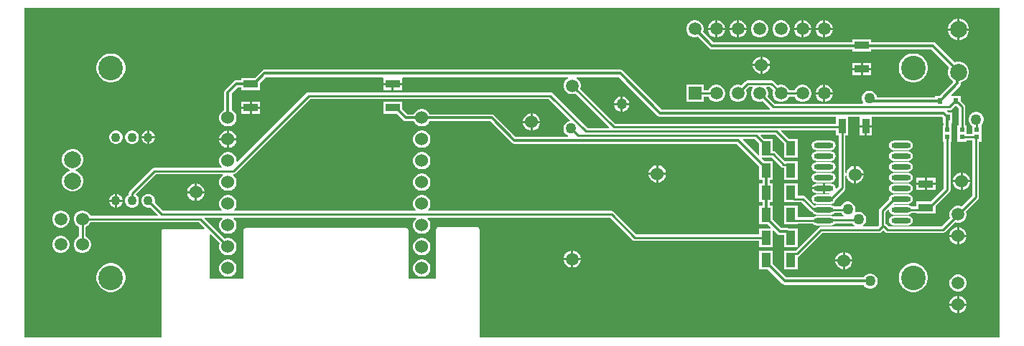
<source format=gtl>
G04*
G04 #@! TF.GenerationSoftware,Altium Limited,Altium Designer,21.5.1 (32)*
G04*
G04 Layer_Physical_Order=1*
G04 Layer_Color=255*
%FSLAX25Y25*%
%MOIN*%
G70*
G04*
G04 #@! TF.SameCoordinates,6B47F07E-1737-4CAB-AE6A-8125E67B32FB*
G04*
G04*
G04 #@! TF.FilePolarity,Positive*
G04*
G01*
G75*
%ADD10C,0.01181*%
%ADD11C,0.01000*%
%ADD19R,0.06693X0.03740*%
%ADD20R,0.04331X0.06693*%
%ADD21R,0.03740X0.06693*%
%ADD22R,0.02165X0.02362*%
%ADD23O,0.09055X0.02362*%
%ADD29R,0.02362X0.02756*%
%ADD35C,0.07874*%
%ADD38C,0.01378*%
%ADD39C,0.05906*%
%ADD40C,0.06000*%
%ADD41C,0.04331*%
%ADD42R,0.05906X0.05906*%
%ADD43C,0.11417*%
%ADD44C,0.05000*%
G36*
X293959Y103310D02*
X294518Y102937D01*
X295177Y102805D01*
X376171D01*
X376658Y102772D01*
X376658Y102305D01*
Y99561D01*
X274256D01*
X258015Y115801D01*
X258283Y116802D01*
Y117843D01*
X258014Y118849D01*
X257494Y119750D01*
X256758Y120486D01*
X256231Y120790D01*
X256365Y121290D01*
X275980D01*
X293959Y103310D01*
D02*
G37*
G36*
X452756Y0D02*
X211256D01*
Y50394D01*
X211178Y50784D01*
X210957Y51115D01*
X210626Y51336D01*
X210236Y51413D01*
X192126D01*
X191736Y51336D01*
X191405Y51115D01*
X191184Y50784D01*
X191106Y50394D01*
Y27398D01*
X178185D01*
Y50000D01*
X178107Y50390D01*
X177886Y50721D01*
X177556Y50942D01*
X177165Y51020D01*
X102756D01*
X102366Y50942D01*
X102035Y50721D01*
X101814Y50390D01*
X101736Y50000D01*
Y27398D01*
X86059D01*
Y47975D01*
X86521Y48167D01*
X90768Y43919D01*
X90761Y43906D01*
X90488Y42889D01*
Y41836D01*
X90761Y40818D01*
X91287Y39906D01*
X92032Y39161D01*
X92944Y38635D01*
X93962Y38362D01*
X95015D01*
X96032Y38635D01*
X96944Y39161D01*
X97689Y39906D01*
X98216Y40818D01*
X98488Y41836D01*
Y42889D01*
X98216Y43906D01*
X97689Y44818D01*
X96944Y45563D01*
X96032Y46090D01*
X95015Y46362D01*
X93962D01*
X92944Y46090D01*
X92931Y46082D01*
X83524Y55489D01*
X83716Y55951D01*
X91761D01*
X91920Y55451D01*
X91287Y54818D01*
X90761Y53906D01*
X90488Y52889D01*
Y51836D01*
X90761Y50818D01*
X91287Y49906D01*
X92032Y49161D01*
X92944Y48635D01*
X93962Y48362D01*
X95015D01*
X96032Y48635D01*
X96944Y49161D01*
X97689Y49906D01*
X98216Y50818D01*
X98488Y51836D01*
Y52889D01*
X98216Y53906D01*
X97689Y54818D01*
X97056Y55451D01*
X97215Y55951D01*
X181762D01*
X181920Y55451D01*
X181287Y54818D01*
X180761Y53906D01*
X180488Y52889D01*
Y51836D01*
X180761Y50818D01*
X181287Y49906D01*
X182032Y49161D01*
X182944Y48635D01*
X183962Y48362D01*
X185015D01*
X186032Y48635D01*
X186944Y49161D01*
X187689Y49906D01*
X188216Y50818D01*
X188488Y51836D01*
Y52889D01*
X188216Y53906D01*
X187689Y54818D01*
X187056Y55451D01*
X187215Y55951D01*
X271890D01*
X282309Y45533D01*
X282805Y45201D01*
X283390Y45085D01*
X341126D01*
Y42268D01*
X347457D01*
Y49715D01*
X347919Y49906D01*
X349511Y48314D01*
X350037Y47962D01*
X350658Y47839D01*
X352543D01*
Y42268D01*
X358874D01*
Y50961D01*
X354655D01*
X354043Y51082D01*
X351329D01*
X347457Y54955D01*
Y61354D01*
X345913D01*
Y63055D01*
X347457D01*
Y71748D01*
X345913D01*
Y73449D01*
X347457D01*
Y82142D01*
X343419D01*
X342181Y83381D01*
X342372Y83842D01*
X345809D01*
X345957Y83813D01*
X346898D01*
X351181Y79530D01*
X351677Y79199D01*
X352262Y79082D01*
X352543D01*
Y73449D01*
X358874D01*
Y82142D01*
X352895D01*
X348613Y86424D01*
X348117Y86756D01*
X347532Y86872D01*
X347457D01*
Y92535D01*
X343289D01*
X341784Y94040D01*
X341975Y94502D01*
X348414D01*
X352543Y90373D01*
Y83842D01*
X358874D01*
Y92535D01*
X354706D01*
X351202Y96040D01*
X351393Y96502D01*
X376658D01*
Y94079D01*
X377998D01*
Y70299D01*
X377069Y69370D01*
X376618Y69626D01*
X376464Y70398D01*
X375982Y71120D01*
X375261Y71602D01*
X374410Y71771D01*
X371563D01*
Y69547D01*
Y67324D01*
X373814D01*
X374115Y66824D01*
X374088Y66771D01*
X367717D01*
X366866Y66602D01*
X366144Y66120D01*
X365662Y65399D01*
X365493Y64547D01*
X365662Y63696D01*
X366144Y62975D01*
X366866Y62493D01*
X367717Y62324D01*
X374410D01*
X375261Y62493D01*
X375982Y62975D01*
X376464Y63696D01*
X376633Y64547D01*
X376623Y64598D01*
X380609Y68584D01*
X380941Y69080D01*
X381057Y69665D01*
Y75297D01*
X381557Y75363D01*
X381804Y74440D01*
X382331Y73528D01*
X383075Y72783D01*
X383988Y72257D01*
X385005Y71984D01*
X385032D01*
Y75984D01*
Y79984D01*
X385005D01*
X383988Y79712D01*
X383075Y79185D01*
X382331Y78440D01*
X381804Y77528D01*
X381557Y76606D01*
X381057Y76672D01*
Y94079D01*
X382398D01*
Y102305D01*
X382398Y102772D01*
X382884Y102805D01*
X387195D01*
X387681Y102772D01*
X387681Y102305D01*
Y98925D01*
X390551D01*
X393421D01*
Y102305D01*
X393421Y102772D01*
X393907Y102805D01*
X425947D01*
X426461Y102292D01*
Y99984D01*
X426772D01*
Y98933D01*
X426264D01*
Y94571D01*
Y91224D01*
X426817D01*
Y69531D01*
X420687Y63402D01*
X414157D01*
Y61077D01*
X411838D01*
X411809Y61120D01*
X411087Y61602D01*
X410236Y61771D01*
X404139D01*
X403838Y62271D01*
X403865Y62324D01*
X410236D01*
X411087Y62493D01*
X411809Y62975D01*
X412291Y63696D01*
X412460Y64547D01*
X412291Y65399D01*
X411809Y66120D01*
X411087Y66602D01*
X410236Y66771D01*
X403543D01*
X402692Y66602D01*
X401971Y66120D01*
X401489Y65399D01*
X401320Y64547D01*
X401330Y64497D01*
X397126Y60293D01*
X396795Y59797D01*
X396678Y59212D01*
Y52385D01*
X396020Y51726D01*
X389369D01*
X389235Y52226D01*
X389423Y52335D01*
X390075Y52986D01*
X390535Y53785D01*
X390774Y54675D01*
Y55596D01*
X390535Y56486D01*
X390075Y57284D01*
X389423Y57936D01*
X388625Y58397D01*
X387735Y58635D01*
X386813D01*
X386046Y58430D01*
X385743Y58647D01*
X385629Y58805D01*
X385784Y59382D01*
Y60303D01*
X385545Y61194D01*
X385084Y61992D01*
X384433Y62643D01*
X383634Y63104D01*
X382744Y63342D01*
X381823D01*
X380932Y63104D01*
X380134Y62643D01*
X379483Y61992D01*
X379022Y61194D01*
X378991Y61077D01*
X376011D01*
X375982Y61120D01*
X375261Y61602D01*
X374410Y61771D01*
X367717D01*
X366866Y61602D01*
X366673Y61474D01*
X362481Y65666D01*
X361984Y65998D01*
X361399Y66114D01*
X358874D01*
Y71748D01*
X352543D01*
Y63055D01*
X358874D01*
Y63056D01*
X360766D01*
X365100Y58722D01*
X365596Y58390D01*
X365908Y58328D01*
X366144Y57975D01*
X366866Y57493D01*
X367717Y57324D01*
X374410D01*
X375261Y57493D01*
X375982Y57975D01*
X376011Y58018D01*
X379295D01*
X379483Y57693D01*
X380134Y57042D01*
X380488Y56837D01*
X380354Y56337D01*
X375657D01*
X375261Y56602D01*
X374410Y56771D01*
X367717D01*
X366866Y56602D01*
X366144Y56120D01*
X366115Y56077D01*
X358874D01*
Y61354D01*
X352543D01*
Y52661D01*
X358874D01*
Y53018D01*
X366115D01*
X366144Y52975D01*
X366866Y52493D01*
X367717Y52324D01*
X374410D01*
X375261Y52493D01*
X375982Y52975D01*
X376185Y53279D01*
X384304D01*
X384473Y52986D01*
X385125Y52335D01*
X385313Y52226D01*
X385179Y51726D01*
X369685D01*
X369100Y51610D01*
X368604Y51278D01*
X357892Y40567D01*
X352543D01*
Y31874D01*
X358874D01*
Y37577D01*
X359110Y37624D01*
X359607Y37956D01*
X370319Y48667D01*
X396654D01*
X397239Y48784D01*
X397735Y49115D01*
X398622Y50002D01*
X399509Y49115D01*
X400005Y48784D01*
X400591Y48667D01*
X426181D01*
X426766Y48784D01*
X427263Y49115D01*
X431891Y53744D01*
X432846Y53488D01*
X433886D01*
X434892Y53758D01*
X435793Y54278D01*
X436529Y55014D01*
X437049Y55915D01*
X437319Y56920D01*
Y57961D01*
X437063Y58916D01*
X442617Y64470D01*
X442948Y64966D01*
X443065Y65551D01*
Y91225D01*
X444209D01*
Y94571D01*
Y98933D01*
X444209Y98933D01*
X444209D01*
X444496Y99299D01*
X444624Y99426D01*
X445084Y100224D01*
X445323Y101114D01*
Y102036D01*
X445084Y102926D01*
X444624Y103724D01*
X443972Y104376D01*
X443174Y104836D01*
X442284Y105075D01*
X441362D01*
X440472Y104836D01*
X439674Y104376D01*
X439022Y103724D01*
X438561Y102926D01*
X438323Y102036D01*
Y101114D01*
X438561Y100224D01*
X439022Y99426D01*
X439674Y98774D01*
X440043Y98561D01*
Y94935D01*
X437319D01*
Y98933D01*
X436766D01*
Y107382D01*
X436650Y107967D01*
X436318Y108463D01*
X434563Y110218D01*
Y112614D01*
X430422D01*
X430215Y113114D01*
X434308Y117208D01*
X434682Y117766D01*
X434813Y118425D01*
Y118846D01*
X435469Y119021D01*
X436594Y119671D01*
X437514Y120591D01*
X438164Y121716D01*
X438500Y122972D01*
Y124272D01*
X438164Y125528D01*
X437514Y126653D01*
X436594Y127573D01*
X435469Y128223D01*
X434213Y128559D01*
X432913D01*
X431670Y128226D01*
X422852Y137045D01*
X422293Y137418D01*
X421634Y137549D01*
X393126D01*
Y138894D01*
X384433D01*
Y137529D01*
X319887D01*
X314982Y142434D01*
X315193Y143220D01*
Y144261D01*
X314924Y145266D01*
X314403Y146167D01*
X313667Y146903D01*
X312766Y147424D01*
X311761Y147693D01*
X310720D01*
X309714Y147424D01*
X308813Y146903D01*
X308077Y146167D01*
X307557Y145266D01*
X307287Y144261D01*
Y143220D01*
X307557Y142215D01*
X308077Y141313D01*
X308813Y140577D01*
X309714Y140057D01*
X310720Y139787D01*
X311761D01*
X312547Y139998D01*
X317956Y134589D01*
X318514Y134216D01*
X319173Y134085D01*
X384433D01*
Y133153D01*
X393126D01*
Y134105D01*
X420921D01*
X429158Y125867D01*
X428962Y125528D01*
X428626Y124272D01*
Y122972D01*
X428962Y121716D01*
X429612Y120591D01*
X430532Y119671D01*
X430952Y119429D01*
X431034Y118804D01*
X424844Y112614D01*
X422720D01*
Y111958D01*
X395798D01*
X395571Y112808D01*
X395110Y113606D01*
X394458Y114258D01*
X393660Y114718D01*
X392770Y114957D01*
X391849D01*
X390958Y114718D01*
X390160Y114258D01*
X389509Y113606D01*
X389048Y112808D01*
X388809Y111918D01*
Y110996D01*
X389048Y110106D01*
X389406Y109486D01*
X389169Y108986D01*
X348157D01*
X344925Y112219D01*
X345193Y113220D01*
Y114261D01*
X344923Y115266D01*
X344403Y116167D01*
X344369Y116202D01*
X344560Y116664D01*
X346154D01*
X347556Y115262D01*
X347287Y114261D01*
Y113220D01*
X347557Y112215D01*
X348077Y111313D01*
X348813Y110577D01*
X349714Y110057D01*
X350720Y109787D01*
X351761D01*
X352766Y110057D01*
X353667Y110577D01*
X354403Y111313D01*
X354921Y112211D01*
X357559D01*
X358077Y111313D01*
X358813Y110577D01*
X359714Y110057D01*
X360720Y109787D01*
X361761D01*
X362766Y110057D01*
X363667Y110577D01*
X364403Y111313D01*
X364924Y112215D01*
X365193Y113220D01*
Y114261D01*
X364924Y115266D01*
X364403Y116167D01*
X363667Y116903D01*
X362766Y117424D01*
X361761Y117693D01*
X360720D01*
X359714Y117424D01*
X358813Y116903D01*
X358077Y116167D01*
X357559Y115270D01*
X354921D01*
X354403Y116167D01*
X353667Y116903D01*
X352766Y117424D01*
X351761Y117693D01*
X350720D01*
X349719Y117425D01*
X347869Y119274D01*
X347373Y119606D01*
X346787Y119722D01*
X335693D01*
X335108Y119606D01*
X334612Y119274D01*
X332762Y117425D01*
X331761Y117693D01*
X330720D01*
X329714Y117424D01*
X328813Y116903D01*
X328077Y116167D01*
X327557Y115266D01*
X327287Y114261D01*
Y113220D01*
X327557Y112215D01*
X328077Y111313D01*
X328813Y110577D01*
X329714Y110057D01*
X330720Y109787D01*
X331761D01*
X332766Y110057D01*
X333667Y110577D01*
X334403Y111313D01*
X334924Y112215D01*
X335193Y113220D01*
Y114261D01*
X334925Y115262D01*
X336326Y116664D01*
X337920D01*
X338111Y116202D01*
X338077Y116167D01*
X337557Y115266D01*
X337287Y114261D01*
Y113220D01*
X337557Y112215D01*
X338077Y111313D01*
X338813Y110577D01*
X339714Y110057D01*
X340720Y109787D01*
X341761D01*
X342762Y110056D01*
X346068Y106750D01*
X345861Y106250D01*
X295890D01*
X277911Y124230D01*
X277352Y124603D01*
X276693Y124734D01*
X111496D01*
X110837Y124603D01*
X110278Y124230D01*
X107029Y120980D01*
X100772D01*
Y119832D01*
X98425D01*
X97766Y119701D01*
X97207Y119328D01*
X93270Y115391D01*
X92897Y114832D01*
X92766Y114173D01*
Y105987D01*
X92032Y105563D01*
X91287Y104818D01*
X90761Y103906D01*
X90488Y102889D01*
Y101836D01*
X90761Y100818D01*
X91287Y99906D01*
X92032Y99161D01*
X92944Y98635D01*
X93962Y98362D01*
X95015D01*
X96032Y98635D01*
X96944Y99161D01*
X97689Y99906D01*
X98216Y100818D01*
X98488Y101836D01*
Y102889D01*
X98216Y103906D01*
X97689Y104818D01*
X96944Y105563D01*
X96210Y105987D01*
Y113460D01*
X99138Y116388D01*
X100772D01*
Y115240D01*
X109465D01*
Y118545D01*
X112209Y121290D01*
X166148D01*
X166520Y120980D01*
X166520Y120790D01*
Y118610D01*
X170866D01*
X175213D01*
Y120790D01*
X175213Y120980D01*
X175584Y121290D01*
X252296D01*
X252430Y120790D01*
X251904Y120486D01*
X251168Y119750D01*
X250647Y118849D01*
X250378Y117843D01*
Y116802D01*
X250647Y115797D01*
X251168Y114896D01*
X251904Y114160D01*
X252805Y113639D01*
X253810Y113370D01*
X254851D01*
X255852Y113638D01*
X271468Y98023D01*
X271276Y97561D01*
X261342D01*
X245222Y113680D01*
X244726Y114011D01*
X244141Y114128D01*
X131890D01*
X131305Y114011D01*
X130808Y113680D01*
X98988Y81860D01*
X98488Y82067D01*
Y82889D01*
X98216Y83906D01*
X97689Y84818D01*
X96944Y85563D01*
X96032Y86090D01*
X95015Y86362D01*
X93962D01*
X92944Y86090D01*
X92032Y85563D01*
X91287Y84818D01*
X90761Y83906D01*
X90488Y82889D01*
Y81836D01*
X90761Y80818D01*
X91287Y79906D01*
X91605Y79589D01*
X91398Y79088D01*
X60236D01*
X59651Y78972D01*
X59155Y78641D01*
X48919Y68404D01*
X48587Y67908D01*
X48471Y67323D01*
Y66552D01*
X48056Y66312D01*
X47467Y65723D01*
X47050Y65001D01*
X46835Y64196D01*
Y63363D01*
X47050Y62558D01*
X47467Y61836D01*
X48056Y61247D01*
X48778Y60830D01*
X49583Y60614D01*
X50417D01*
X51222Y60830D01*
X51944Y61247D01*
X52533Y61836D01*
X52950Y62558D01*
X53165Y63363D01*
Y64196D01*
X52950Y65001D01*
X52533Y65723D01*
X51944Y66312D01*
X51890Y66343D01*
X51808Y66968D01*
X60870Y76030D01*
X91907D01*
X91976Y75773D01*
X91999Y75530D01*
X91287Y74818D01*
X90761Y73906D01*
X90488Y72889D01*
Y71836D01*
X90761Y70818D01*
X91287Y69906D01*
X92032Y69161D01*
X92944Y68635D01*
X93962Y68362D01*
X95015D01*
X96032Y68635D01*
X96944Y69161D01*
X97689Y69906D01*
X98216Y70818D01*
X98488Y71836D01*
Y72889D01*
X98216Y73906D01*
X97689Y74818D01*
X96965Y75543D01*
X96965Y75654D01*
X97063Y76072D01*
X97436Y76146D01*
X97932Y76478D01*
X132523Y111069D01*
X243508D01*
X253267Y101310D01*
X253080Y100789D01*
X252389Y100604D01*
X251591Y100143D01*
X250939Y99492D01*
X250479Y98694D01*
X250240Y97803D01*
Y96882D01*
X250479Y95992D01*
X250939Y95193D01*
X251591Y94542D01*
X252389Y94081D01*
X252458Y94063D01*
X252392Y93563D01*
X228120D01*
X218174Y103509D01*
X217648Y103860D01*
X217028Y103984D01*
X188171D01*
X187689Y104818D01*
X186944Y105563D01*
X186032Y106090D01*
X185015Y106362D01*
X183962D01*
X182944Y106090D01*
X182032Y105563D01*
X181287Y104818D01*
X180806Y103984D01*
X177739D01*
X175213Y106510D01*
Y109957D01*
X166520D01*
Y104217D01*
X172919D01*
X175920Y101216D01*
X176446Y100864D01*
X177067Y100741D01*
X180806D01*
X181287Y99906D01*
X182032Y99161D01*
X182944Y98635D01*
X183962Y98362D01*
X185015D01*
X186032Y98635D01*
X186944Y99161D01*
X187689Y99906D01*
X188171Y100741D01*
X216356D01*
X226302Y90794D01*
X226828Y90443D01*
X227449Y90319D01*
X330655D01*
X341126Y79848D01*
Y73449D01*
X342670D01*
Y71748D01*
X341126D01*
Y63055D01*
X342670D01*
Y61354D01*
X341126D01*
Y52661D01*
X345163D01*
X346402Y51423D01*
X346211Y50961D01*
X341126D01*
Y48144D01*
X284024D01*
X273605Y58562D01*
X273109Y58893D01*
X272524Y59010D01*
X187500D01*
X187293Y59510D01*
X187689Y59906D01*
X188216Y60818D01*
X188488Y61836D01*
Y62889D01*
X188216Y63906D01*
X187689Y64818D01*
X186944Y65563D01*
X186032Y66090D01*
X185015Y66362D01*
X183962D01*
X182944Y66090D01*
X182032Y65563D01*
X181287Y64818D01*
X180761Y63906D01*
X180488Y62889D01*
Y61836D01*
X180761Y60818D01*
X181287Y59906D01*
X181684Y59510D01*
X181477Y59010D01*
X97500D01*
X97293Y59510D01*
X97689Y59906D01*
X98216Y60818D01*
X98488Y61836D01*
Y62889D01*
X98216Y63906D01*
X97689Y64818D01*
X96944Y65563D01*
X96032Y66090D01*
X95015Y66362D01*
X93962D01*
X92944Y66090D01*
X92032Y65563D01*
X91287Y64818D01*
X90761Y63906D01*
X90488Y62889D01*
Y61836D01*
X90761Y60818D01*
X91287Y59906D01*
X91684Y59510D01*
X91477Y59010D01*
X64433D01*
X60542Y62901D01*
X60665Y63363D01*
Y64196D01*
X60450Y65001D01*
X60033Y65723D01*
X59444Y66312D01*
X58722Y66729D01*
X57917Y66945D01*
X57083D01*
X56278Y66729D01*
X55556Y66312D01*
X54967Y65723D01*
X54550Y65001D01*
X54335Y64196D01*
Y63363D01*
X54550Y62558D01*
X54967Y61836D01*
X55556Y61247D01*
X56278Y60830D01*
X57083Y60614D01*
X57917D01*
X58379Y60738D01*
X61880Y57236D01*
X61689Y56774D01*
X30645D01*
X30641Y56789D01*
X30114Y57701D01*
X29370Y58446D01*
X28457Y58972D01*
X27440Y59245D01*
X26387D01*
X25370Y58972D01*
X24457Y58446D01*
X23713Y57701D01*
X23186Y56789D01*
X22913Y55771D01*
Y54718D01*
X23186Y53701D01*
X23713Y52789D01*
X24457Y52044D01*
X25370Y51517D01*
X25384Y51513D01*
Y47165D01*
X25370Y47161D01*
X24457Y46635D01*
X23713Y45890D01*
X23186Y44978D01*
X22913Y43960D01*
Y42907D01*
X23186Y41890D01*
X23713Y40978D01*
X24457Y40233D01*
X25370Y39706D01*
X26387Y39434D01*
X27440D01*
X28457Y39706D01*
X29370Y40233D01*
X30114Y40978D01*
X30641Y41890D01*
X30913Y42907D01*
Y43960D01*
X30641Y44978D01*
X30114Y45890D01*
X29370Y46635D01*
X28457Y47161D01*
X28443Y47165D01*
Y51513D01*
X28457Y51517D01*
X29370Y52044D01*
X30114Y52789D01*
X30641Y53701D01*
X30645Y53715D01*
X80972D01*
X83600Y51088D01*
X83408Y50626D01*
X64567D01*
X64177Y50548D01*
X63846Y50327D01*
X63625Y49997D01*
X63547Y49606D01*
Y0D01*
X0D01*
Y153543D01*
X452756D01*
Y0D01*
D02*
G37*
G36*
X341126Y90373D02*
Y85088D01*
X340664Y84897D01*
X333521Y92040D01*
X333712Y92502D01*
X338996D01*
X341126Y90373D01*
D02*
G37*
G36*
X433707Y106748D02*
Y98933D01*
X433154D01*
Y94571D01*
Y91225D01*
X437319D01*
Y91876D01*
X440006D01*
Y66185D01*
X434926Y61105D01*
X434892Y61124D01*
X433886Y61394D01*
X432846D01*
X431840Y61124D01*
X430939Y60604D01*
X430203Y59868D01*
X429683Y58967D01*
X429413Y57961D01*
Y56920D01*
X429683Y55915D01*
X429703Y55881D01*
X425548Y51726D01*
X401224D01*
X400118Y52833D01*
X399737Y53087D01*
Y58578D01*
X400884Y59725D01*
X401335Y59469D01*
X401489Y58696D01*
X401971Y57975D01*
X402692Y57493D01*
X403543Y57324D01*
X410236D01*
X411087Y57493D01*
X411809Y57975D01*
X411838Y58018D01*
X414157D01*
Y57661D01*
X422850D01*
Y61239D01*
X429428Y67816D01*
X429760Y68313D01*
X429876Y68898D01*
Y91224D01*
X430429D01*
Y94571D01*
Y98933D01*
X430216D01*
Y99984D01*
X430823D01*
Y104740D01*
X428883D01*
X428294Y105329D01*
X428501Y105829D01*
X429504D01*
X430089Y105945D01*
X430585Y106277D01*
X432167Y107858D01*
X432597D01*
X433707Y106748D01*
D02*
G37*
%LPC*%
G36*
X277764Y112249D02*
Y109260D01*
X280753D01*
X280525Y110111D01*
X280065Y110909D01*
X279413Y111560D01*
X278615Y112021D01*
X277764Y112249D01*
D02*
G37*
G36*
X276764D02*
X275913Y112021D01*
X275115Y111560D01*
X274463Y110909D01*
X274002Y110111D01*
X273774Y109260D01*
X276764D01*
Y112249D01*
D02*
G37*
G36*
X280753Y108260D02*
X277764D01*
Y105270D01*
X278615Y105498D01*
X279413Y105959D01*
X280065Y106611D01*
X280525Y107409D01*
X280753Y108260D01*
D02*
G37*
G36*
X276764D02*
X273774D01*
X274002Y107409D01*
X274463Y106611D01*
X275115Y105959D01*
X275913Y105498D01*
X276764Y105270D01*
Y108260D01*
D02*
G37*
G36*
X371761Y147693D02*
X371740D01*
Y144240D01*
X375193D01*
Y144261D01*
X374923Y145266D01*
X374403Y146167D01*
X373667Y146903D01*
X372766Y147424D01*
X371761Y147693D01*
D02*
G37*
G36*
X361761D02*
X361740D01*
Y144240D01*
X365193D01*
Y144261D01*
X364924Y145266D01*
X364403Y146167D01*
X363667Y146903D01*
X362766Y147424D01*
X361761Y147693D01*
D02*
G37*
G36*
X331761D02*
X331740D01*
Y144240D01*
X335193D01*
Y144261D01*
X334924Y145266D01*
X334403Y146167D01*
X333667Y146903D01*
X332766Y147424D01*
X331761Y147693D01*
D02*
G37*
G36*
X321761D02*
X321740D01*
Y144240D01*
X325193D01*
Y144261D01*
X324923Y145266D01*
X324403Y146167D01*
X323667Y146903D01*
X322766Y147424D01*
X321761Y147693D01*
D02*
G37*
G36*
X370740D02*
X370720D01*
X369714Y147424D01*
X368813Y146903D01*
X368077Y146167D01*
X367557Y145266D01*
X367287Y144261D01*
Y144240D01*
X370740D01*
Y147693D01*
D02*
G37*
G36*
X360740D02*
X360720D01*
X359714Y147424D01*
X358813Y146903D01*
X358077Y146167D01*
X357557Y145266D01*
X357287Y144261D01*
Y144240D01*
X360740D01*
Y147693D01*
D02*
G37*
G36*
X330740D02*
X330720D01*
X329714Y147424D01*
X328813Y146903D01*
X328077Y146167D01*
X327557Y145266D01*
X327287Y144261D01*
Y144240D01*
X330740D01*
Y147693D01*
D02*
G37*
G36*
X320740D02*
X320720D01*
X319714Y147424D01*
X318813Y146903D01*
X318077Y146167D01*
X317557Y145266D01*
X317287Y144261D01*
Y144240D01*
X320740D01*
Y147693D01*
D02*
G37*
G36*
X434213Y148362D02*
X434063D01*
Y143925D01*
X438500D01*
Y144075D01*
X438164Y145331D01*
X437514Y146457D01*
X436594Y147376D01*
X435469Y148026D01*
X434213Y148362D01*
D02*
G37*
G36*
X433063D02*
X432913D01*
X431657Y148026D01*
X430532Y147376D01*
X429612Y146457D01*
X428962Y145331D01*
X428626Y144075D01*
Y143925D01*
X433063D01*
Y148362D01*
D02*
G37*
G36*
X375193Y143240D02*
X371740D01*
Y139787D01*
X371761D01*
X372766Y140057D01*
X373667Y140577D01*
X374403Y141313D01*
X374923Y142215D01*
X375193Y143220D01*
Y143240D01*
D02*
G37*
G36*
X370740D02*
X367287D01*
Y143220D01*
X367557Y142215D01*
X368077Y141313D01*
X368813Y140577D01*
X369714Y140057D01*
X370720Y139787D01*
X370740D01*
Y143240D01*
D02*
G37*
G36*
X365193D02*
X361740D01*
Y139787D01*
X361761D01*
X362766Y140057D01*
X363667Y140577D01*
X364403Y141313D01*
X364924Y142215D01*
X365193Y143220D01*
Y143240D01*
D02*
G37*
G36*
X360740D02*
X357287D01*
Y143220D01*
X357557Y142215D01*
X358077Y141313D01*
X358813Y140577D01*
X359714Y140057D01*
X360720Y139787D01*
X360740D01*
Y143240D01*
D02*
G37*
G36*
X351761Y147693D02*
X350720D01*
X349714Y147424D01*
X348813Y146903D01*
X348077Y146167D01*
X347557Y145266D01*
X347287Y144261D01*
Y143220D01*
X347557Y142215D01*
X348077Y141313D01*
X348813Y140577D01*
X349714Y140057D01*
X350720Y139787D01*
X351761D01*
X352766Y140057D01*
X353667Y140577D01*
X354403Y141313D01*
X354924Y142215D01*
X355193Y143220D01*
Y144261D01*
X354924Y145266D01*
X354403Y146167D01*
X353667Y146903D01*
X352766Y147424D01*
X351761Y147693D01*
D02*
G37*
G36*
X341761D02*
X340720D01*
X339714Y147424D01*
X338813Y146903D01*
X338077Y146167D01*
X337557Y145266D01*
X337287Y144261D01*
Y143220D01*
X337557Y142215D01*
X338077Y141313D01*
X338813Y140577D01*
X339714Y140057D01*
X340720Y139787D01*
X341761D01*
X342766Y140057D01*
X343667Y140577D01*
X344403Y141313D01*
X344923Y142215D01*
X345193Y143220D01*
Y144261D01*
X344923Y145266D01*
X344403Y146167D01*
X343667Y146903D01*
X342766Y147424D01*
X341761Y147693D01*
D02*
G37*
G36*
X335193Y143240D02*
X331740D01*
Y139787D01*
X331761D01*
X332766Y140057D01*
X333667Y140577D01*
X334403Y141313D01*
X334924Y142215D01*
X335193Y143220D01*
Y143240D01*
D02*
G37*
G36*
X330740D02*
X327287D01*
Y143220D01*
X327557Y142215D01*
X328077Y141313D01*
X328813Y140577D01*
X329714Y140057D01*
X330720Y139787D01*
X330740D01*
Y143240D01*
D02*
G37*
G36*
X325193D02*
X321740D01*
Y139787D01*
X321761D01*
X322766Y140057D01*
X323667Y140577D01*
X324403Y141313D01*
X324923Y142215D01*
X325193Y143220D01*
Y143240D01*
D02*
G37*
G36*
X320740D02*
X317287D01*
Y143220D01*
X317557Y142215D01*
X318077Y141313D01*
X318813Y140577D01*
X319714Y140057D01*
X320720Y139787D01*
X320740D01*
Y143240D01*
D02*
G37*
G36*
X438500Y142925D02*
X434063D01*
Y138488D01*
X434213D01*
X435469Y138825D01*
X436594Y139475D01*
X437514Y140394D01*
X438164Y141520D01*
X438500Y142775D01*
Y142925D01*
D02*
G37*
G36*
X433063D02*
X428626D01*
Y142775D01*
X428962Y141520D01*
X429612Y140394D01*
X430532Y139475D01*
X431657Y138825D01*
X432913Y138488D01*
X433063D01*
Y142925D01*
D02*
G37*
G36*
X342653Y130870D02*
X342626D01*
Y127370D01*
X346126D01*
Y127397D01*
X345853Y128414D01*
X345327Y129326D01*
X344582Y130071D01*
X343670Y130597D01*
X342653Y130870D01*
D02*
G37*
G36*
X341626D02*
X341599D01*
X340582Y130597D01*
X339670Y130071D01*
X338925Y129326D01*
X338399Y128414D01*
X338126Y127397D01*
Y127370D01*
X341626D01*
Y130870D01*
D02*
G37*
G36*
X393126Y127870D02*
X389280D01*
Y125500D01*
X393126D01*
Y127870D01*
D02*
G37*
G36*
X388280D02*
X384433D01*
Y125500D01*
X388280D01*
Y127870D01*
D02*
G37*
G36*
X346126Y126370D02*
X342626D01*
Y122870D01*
X342653D01*
X343670Y123143D01*
X344582Y123669D01*
X345327Y124414D01*
X345853Y125326D01*
X346126Y126344D01*
Y126370D01*
D02*
G37*
G36*
X341626D02*
X338126D01*
Y126344D01*
X338399Y125326D01*
X338925Y124414D01*
X339670Y123669D01*
X340582Y123143D01*
X341599Y122870D01*
X341626D01*
Y126370D01*
D02*
G37*
G36*
X393126Y124500D02*
X389280D01*
Y122130D01*
X393126D01*
Y124500D01*
D02*
G37*
G36*
X388280D02*
X384433D01*
Y122130D01*
X388280D01*
Y124500D01*
D02*
G37*
G36*
X413259Y132299D02*
X411938D01*
X410642Y132041D01*
X409421Y131536D01*
X408322Y130801D01*
X407387Y129867D01*
X406653Y128768D01*
X406148Y127547D01*
X405890Y126251D01*
Y124930D01*
X406148Y123634D01*
X406653Y122413D01*
X407387Y121314D01*
X408322Y120380D01*
X409421Y119645D01*
X410642Y119140D01*
X411938Y118882D01*
X413259D01*
X414555Y119140D01*
X415776Y119645D01*
X416875Y120380D01*
X417809Y121314D01*
X418543Y122413D01*
X419049Y123634D01*
X419307Y124930D01*
Y126251D01*
X419049Y127547D01*
X418543Y128768D01*
X417809Y129867D01*
X416875Y130801D01*
X415776Y131536D01*
X414555Y132041D01*
X413259Y132299D01*
D02*
G37*
G36*
X40818D02*
X39497D01*
X38201Y132041D01*
X36980Y131536D01*
X35881Y130801D01*
X34946Y129867D01*
X34212Y128768D01*
X33707Y127547D01*
X33449Y126251D01*
Y124930D01*
X33707Y123634D01*
X34212Y122413D01*
X34946Y121314D01*
X35881Y120380D01*
X36980Y119645D01*
X38201Y119140D01*
X39497Y118882D01*
X40818D01*
X42114Y119140D01*
X43335Y119645D01*
X44434Y120380D01*
X45368Y121314D01*
X46102Y122413D01*
X46608Y123634D01*
X46866Y124930D01*
Y126251D01*
X46608Y127547D01*
X46102Y128768D01*
X45368Y129867D01*
X44434Y130801D01*
X43335Y131536D01*
X42114Y132041D01*
X40818Y132299D01*
D02*
G37*
G36*
X321761Y117693D02*
X320720D01*
X319714Y117424D01*
X318813Y116903D01*
X318077Y116167D01*
X317559Y115270D01*
X315193D01*
Y117693D01*
X307287D01*
Y109787D01*
X315193D01*
Y112211D01*
X317559D01*
X318077Y111313D01*
X318813Y110577D01*
X319714Y110057D01*
X320720Y109787D01*
X321761D01*
X322766Y110057D01*
X323667Y110577D01*
X324403Y111313D01*
X324923Y112215D01*
X325193Y113220D01*
Y114261D01*
X324923Y115266D01*
X324403Y116167D01*
X323667Y116903D01*
X322766Y117424D01*
X321761Y117693D01*
D02*
G37*
G36*
X175213Y117610D02*
X171366D01*
Y115240D01*
X175213D01*
Y117610D01*
D02*
G37*
G36*
X170366D02*
X166520D01*
Y115240D01*
X170366D01*
Y117610D01*
D02*
G37*
G36*
X371761Y117693D02*
X371740D01*
Y114240D01*
X375193D01*
Y114261D01*
X374923Y115266D01*
X374403Y116167D01*
X373667Y116903D01*
X372766Y117424D01*
X371761Y117693D01*
D02*
G37*
G36*
X370740D02*
X370720D01*
X369714Y117424D01*
X368813Y116903D01*
X368077Y116167D01*
X367557Y115266D01*
X367287Y114261D01*
Y114240D01*
X370740D01*
Y117693D01*
D02*
G37*
G36*
X375193Y113240D02*
X371740D01*
Y109787D01*
X371761D01*
X372766Y110057D01*
X373667Y110577D01*
X374403Y111313D01*
X374923Y112215D01*
X375193Y113220D01*
Y113240D01*
D02*
G37*
G36*
X370740D02*
X367287D01*
Y113220D01*
X367557Y112215D01*
X368077Y111313D01*
X368813Y110577D01*
X369714Y110057D01*
X370720Y109787D01*
X370740D01*
Y113240D01*
D02*
G37*
G36*
X109465Y109957D02*
X105618D01*
Y107587D01*
X109465D01*
Y109957D01*
D02*
G37*
G36*
X104618D02*
X100772D01*
Y107587D01*
X104618D01*
Y109957D01*
D02*
G37*
G36*
X109465Y106587D02*
X105618D01*
Y104217D01*
X109465D01*
Y106587D01*
D02*
G37*
G36*
X104618D02*
X100772D01*
Y104217D01*
X104618D01*
Y106587D01*
D02*
G37*
G36*
X235960Y104394D02*
X235933D01*
Y100894D01*
X239433D01*
Y100920D01*
X239160Y101938D01*
X238634Y102850D01*
X237889Y103595D01*
X236977Y104121D01*
X235960Y104394D01*
D02*
G37*
G36*
X234933D02*
X234907D01*
X233889Y104121D01*
X232977Y103595D01*
X232232Y102850D01*
X231706Y101938D01*
X231433Y100920D01*
Y100894D01*
X234933D01*
Y104394D01*
D02*
G37*
G36*
X239433Y99894D02*
X235933D01*
Y96394D01*
X235960D01*
X236977Y96666D01*
X237889Y97193D01*
X238634Y97938D01*
X239160Y98850D01*
X239433Y99867D01*
Y99894D01*
D02*
G37*
G36*
X234933D02*
X231433D01*
Y99867D01*
X231706Y98850D01*
X232232Y97938D01*
X232977Y97193D01*
X233889Y96666D01*
X234907Y96394D01*
X234933D01*
Y99894D01*
D02*
G37*
G36*
X393421Y97925D02*
X391051D01*
Y94079D01*
X393421D01*
Y97925D01*
D02*
G37*
G36*
X390051D02*
X387681D01*
Y94079D01*
X390051D01*
Y97925D01*
D02*
G37*
G36*
X58000Y96450D02*
Y93807D01*
X60643D01*
X60450Y94529D01*
X60033Y95251D01*
X59444Y95840D01*
X58722Y96257D01*
X58000Y96450D01*
D02*
G37*
G36*
X57000D02*
X56278Y96257D01*
X55556Y95840D01*
X54967Y95251D01*
X54550Y94529D01*
X54357Y93807D01*
X57000D01*
Y96450D01*
D02*
G37*
G36*
X95015Y96362D02*
X94988D01*
Y92862D01*
X98488D01*
Y92889D01*
X98216Y93906D01*
X97689Y94818D01*
X96944Y95563D01*
X96032Y96090D01*
X95015Y96362D01*
D02*
G37*
G36*
X93988D02*
X93962D01*
X92944Y96090D01*
X92032Y95563D01*
X91287Y94818D01*
X90761Y93906D01*
X90488Y92889D01*
Y92862D01*
X93988D01*
Y96362D01*
D02*
G37*
G36*
X94488Y92362D02*
D01*
D01*
D01*
D02*
G37*
G36*
X60643Y92807D02*
X58000D01*
Y90164D01*
X58722Y90358D01*
X59444Y90774D01*
X60033Y91364D01*
X60450Y92085D01*
X60643Y92807D01*
D02*
G37*
G36*
X57000D02*
X54357D01*
X54550Y92085D01*
X54967Y91364D01*
X55556Y90774D01*
X56278Y90358D01*
X57000Y90164D01*
Y92807D01*
D02*
G37*
G36*
X50417Y96472D02*
X49583D01*
X48778Y96257D01*
X48056Y95840D01*
X47467Y95251D01*
X47050Y94529D01*
X46835Y93724D01*
Y92890D01*
X47050Y92085D01*
X47467Y91364D01*
X48056Y90774D01*
X48778Y90358D01*
X49583Y90142D01*
X50417D01*
X51222Y90358D01*
X51944Y90774D01*
X52533Y91364D01*
X52950Y92085D01*
X53165Y92890D01*
Y93724D01*
X52950Y94529D01*
X52533Y95251D01*
X51944Y95840D01*
X51222Y96257D01*
X50417Y96472D01*
D02*
G37*
G36*
X42917D02*
X42083D01*
X41278Y96257D01*
X40556Y95840D01*
X39967Y95251D01*
X39550Y94529D01*
X39335Y93724D01*
Y92890D01*
X39550Y92085D01*
X39967Y91364D01*
X40556Y90774D01*
X41278Y90358D01*
X42083Y90142D01*
X42917D01*
X43722Y90358D01*
X44444Y90774D01*
X45033Y91364D01*
X45450Y92085D01*
X45665Y92890D01*
Y93724D01*
X45450Y94529D01*
X45033Y95251D01*
X44444Y95840D01*
X43722Y96257D01*
X42917Y96472D01*
D02*
G37*
G36*
X185015Y96362D02*
X183962D01*
X182944Y96090D01*
X182032Y95563D01*
X181287Y94818D01*
X180761Y93906D01*
X180488Y92889D01*
Y91836D01*
X180761Y90818D01*
X181287Y89906D01*
X182032Y89161D01*
X182944Y88635D01*
X183962Y88362D01*
X185015D01*
X186032Y88635D01*
X186944Y89161D01*
X187689Y89906D01*
X188216Y90818D01*
X188488Y91836D01*
Y92889D01*
X188216Y93906D01*
X187689Y94818D01*
X186944Y95563D01*
X186032Y96090D01*
X185015Y96362D01*
D02*
G37*
G36*
X98488Y91862D02*
X94988D01*
Y88362D01*
X95015D01*
X96032Y88635D01*
X96944Y89161D01*
X97689Y89906D01*
X98216Y90818D01*
X98488Y91836D01*
Y91862D01*
D02*
G37*
G36*
X93988D02*
X90488D01*
Y91836D01*
X90761Y90818D01*
X91287Y89906D01*
X92032Y89161D01*
X92944Y88635D01*
X93962Y88362D01*
X93988D01*
Y91862D01*
D02*
G37*
G36*
X410236Y91771D02*
X403543D01*
X402692Y91602D01*
X401971Y91120D01*
X401489Y90399D01*
X401320Y89547D01*
X401489Y88696D01*
X401971Y87975D01*
X402692Y87493D01*
X403543Y87324D01*
X410236D01*
X411087Y87493D01*
X411809Y87975D01*
X412291Y88696D01*
X412460Y89547D01*
X412291Y90399D01*
X411809Y91120D01*
X411087Y91602D01*
X410236Y91771D01*
D02*
G37*
G36*
X374410D02*
X367717D01*
X366866Y91602D01*
X366144Y91120D01*
X365662Y90399D01*
X365493Y89547D01*
X365662Y88696D01*
X366144Y87975D01*
X366866Y87493D01*
X367717Y87324D01*
X374410D01*
X375261Y87493D01*
X375982Y87975D01*
X376464Y88696D01*
X376633Y89547D01*
X376464Y90399D01*
X375982Y91120D01*
X375261Y91602D01*
X374410Y91771D01*
D02*
G37*
G36*
X410236Y86771D02*
X403543D01*
X402692Y86602D01*
X401971Y86120D01*
X401489Y85399D01*
X401320Y84547D01*
X401489Y83696D01*
X401971Y82975D01*
X402692Y82493D01*
X403543Y82324D01*
X410236D01*
X411087Y82493D01*
X411809Y82975D01*
X412291Y83696D01*
X412460Y84547D01*
X412291Y85399D01*
X411809Y86120D01*
X411087Y86602D01*
X410236Y86771D01*
D02*
G37*
G36*
X374410D02*
X367717D01*
X366866Y86602D01*
X366144Y86120D01*
X365662Y85399D01*
X365493Y84547D01*
X365662Y83696D01*
X366144Y82975D01*
X366866Y82493D01*
X367717Y82324D01*
X374410D01*
X375261Y82493D01*
X375982Y82975D01*
X376464Y83696D01*
X376633Y84547D01*
X376464Y85399D01*
X375982Y86120D01*
X375261Y86602D01*
X374410Y86771D01*
D02*
G37*
G36*
X185015Y86362D02*
X183962D01*
X182944Y86090D01*
X182032Y85563D01*
X181287Y84818D01*
X180761Y83906D01*
X180488Y82889D01*
Y81836D01*
X180761Y80818D01*
X181287Y79906D01*
X182032Y79161D01*
X182944Y78635D01*
X183962Y78362D01*
X185015D01*
X186032Y78635D01*
X186944Y79161D01*
X187689Y79906D01*
X188216Y80818D01*
X188488Y81836D01*
Y82889D01*
X188216Y83906D01*
X187689Y84818D01*
X186944Y85563D01*
X186032Y86090D01*
X185015Y86362D01*
D02*
G37*
G36*
X410236Y81771D02*
X403543D01*
X402692Y81602D01*
X401971Y81120D01*
X401489Y80398D01*
X401320Y79547D01*
X401489Y78696D01*
X401971Y77975D01*
X402692Y77493D01*
X403543Y77324D01*
X410236D01*
X411087Y77493D01*
X411809Y77975D01*
X412291Y78696D01*
X412460Y79547D01*
X412291Y80398D01*
X411809Y81120D01*
X411087Y81602D01*
X410236Y81771D01*
D02*
G37*
G36*
X374410D02*
X367717D01*
X366866Y81602D01*
X366144Y81120D01*
X365662Y80398D01*
X365493Y79547D01*
X365662Y78696D01*
X366144Y77975D01*
X366866Y77493D01*
X367717Y77324D01*
X374410D01*
X375261Y77493D01*
X375982Y77975D01*
X376464Y78696D01*
X376633Y79547D01*
X376464Y80398D01*
X375982Y81120D01*
X375261Y81602D01*
X374410Y81771D01*
D02*
G37*
G36*
X294318Y80272D02*
X294291D01*
Y76772D01*
X297791D01*
Y76798D01*
X297519Y77816D01*
X296992Y78728D01*
X296247Y79473D01*
X295335Y79999D01*
X294318Y80272D01*
D02*
G37*
G36*
X293291D02*
X293265D01*
X292247Y79999D01*
X291335Y79473D01*
X290591Y78728D01*
X290064Y77816D01*
X289791Y76798D01*
Y76772D01*
X293291D01*
Y80272D01*
D02*
G37*
G36*
X386058Y79984D02*
X386032D01*
Y76484D01*
X389531D01*
Y76511D01*
X389259Y77528D01*
X388732Y78440D01*
X387988Y79185D01*
X387075Y79712D01*
X386058Y79984D01*
D02*
G37*
G36*
X410236Y76771D02*
X403543D01*
X402692Y76602D01*
X401971Y76120D01*
X401489Y75398D01*
X401320Y74547D01*
X401489Y73696D01*
X401971Y72975D01*
X402692Y72493D01*
X403543Y72324D01*
X410236D01*
X411087Y72493D01*
X411809Y72975D01*
X412291Y73696D01*
X412460Y74547D01*
X412291Y75398D01*
X411809Y76120D01*
X411087Y76602D01*
X410236Y76771D01*
D02*
G37*
G36*
X374410D02*
X367717D01*
X366866Y76602D01*
X366144Y76120D01*
X365662Y75398D01*
X365493Y74547D01*
X365662Y73696D01*
X366144Y72975D01*
X366866Y72493D01*
X367717Y72324D01*
X374410D01*
X375261Y72493D01*
X375982Y72975D01*
X376464Y73696D01*
X376633Y74547D01*
X376464Y75398D01*
X375982Y76120D01*
X375261Y76602D01*
X374410Y76771D01*
D02*
G37*
G36*
X297791Y75772D02*
X294291D01*
Y72272D01*
X294318D01*
X295335Y72544D01*
X296247Y73071D01*
X296992Y73816D01*
X297519Y74728D01*
X297791Y75745D01*
Y75772D01*
D02*
G37*
G36*
X293291D02*
X289791D01*
Y75745D01*
X290064Y74728D01*
X290591Y73816D01*
X291335Y73071D01*
X292247Y72544D01*
X293265Y72272D01*
X293291D01*
Y75772D01*
D02*
G37*
G36*
X422850Y74425D02*
X419004D01*
Y72055D01*
X422850D01*
Y74425D01*
D02*
G37*
G36*
X418004D02*
X414157D01*
Y72055D01*
X418004D01*
Y74425D01*
D02*
G37*
G36*
X389531Y75484D02*
X386032D01*
Y71984D01*
X386058D01*
X387075Y72257D01*
X387988Y72783D01*
X388732Y73528D01*
X389259Y74440D01*
X389531Y75458D01*
Y75484D01*
D02*
G37*
G36*
X370563Y71771D02*
X367717D01*
X366866Y71602D01*
X366144Y71120D01*
X365662Y70398D01*
X365592Y70047D01*
X370563D01*
Y71771D01*
D02*
G37*
G36*
X422850Y71055D02*
X419004D01*
Y68685D01*
X422850D01*
Y71055D01*
D02*
G37*
G36*
X418004D02*
X414157D01*
Y68685D01*
X418004D01*
Y71055D01*
D02*
G37*
G36*
X185015Y76362D02*
X183962D01*
X182944Y76090D01*
X182032Y75563D01*
X181287Y74818D01*
X180761Y73906D01*
X180488Y72889D01*
Y71836D01*
X180761Y70818D01*
X181287Y69906D01*
X182032Y69161D01*
X182944Y68635D01*
X183962Y68362D01*
X185015D01*
X186032Y68635D01*
X186944Y69161D01*
X187689Y69906D01*
X188216Y70818D01*
X188488Y71836D01*
Y72889D01*
X188216Y73906D01*
X187689Y74818D01*
X186944Y75563D01*
X186032Y76090D01*
X185015Y76362D01*
D02*
G37*
G36*
X80054Y71716D02*
X80028D01*
Y68217D01*
X83528D01*
Y68243D01*
X83255Y69261D01*
X82728Y70173D01*
X81984Y70917D01*
X81072Y71444D01*
X80054Y71716D01*
D02*
G37*
G36*
X79028D02*
X79001D01*
X77984Y71444D01*
X77071Y70917D01*
X76327Y70173D01*
X75800Y69261D01*
X75528Y68243D01*
Y68217D01*
X79028D01*
Y71716D01*
D02*
G37*
G36*
X23091Y87890D02*
X21791D01*
X20535Y87553D01*
X19410Y86903D01*
X18490Y85984D01*
X17840Y84858D01*
X17504Y83603D01*
Y82303D01*
X17840Y81047D01*
X18490Y79921D01*
X19410Y79002D01*
X20535Y78352D01*
X21060Y78212D01*
Y77694D01*
X20535Y77553D01*
X19410Y76903D01*
X18490Y75984D01*
X17840Y74858D01*
X17504Y73603D01*
Y72303D01*
X17840Y71047D01*
X18490Y69921D01*
X19410Y69002D01*
X20535Y68352D01*
X21791Y68016D01*
X23091D01*
X24347Y68352D01*
X25472Y69002D01*
X26392Y69921D01*
X27042Y71047D01*
X27378Y72303D01*
Y73603D01*
X27042Y74858D01*
X26392Y75984D01*
X25472Y76903D01*
X24347Y77553D01*
X23822Y77694D01*
Y78212D01*
X24347Y78352D01*
X25472Y79002D01*
X26392Y79921D01*
X27042Y81047D01*
X27378Y82303D01*
Y83603D01*
X27042Y84858D01*
X26392Y85984D01*
X25472Y86903D01*
X24347Y87553D01*
X23091Y87890D01*
D02*
G37*
G36*
X410236Y71771D02*
X403543D01*
X402692Y71602D01*
X401971Y71120D01*
X401489Y70398D01*
X401320Y69547D01*
X401489Y68696D01*
X401971Y67975D01*
X402692Y67493D01*
X403543Y67324D01*
X410236D01*
X411087Y67493D01*
X411809Y67975D01*
X412291Y68696D01*
X412460Y69547D01*
X412291Y70398D01*
X411809Y71120D01*
X411087Y71602D01*
X410236Y71771D01*
D02*
G37*
G36*
X370563Y69047D02*
X365592D01*
X365662Y68696D01*
X366144Y67975D01*
X366866Y67493D01*
X367717Y67324D01*
X370563D01*
Y69047D01*
D02*
G37*
G36*
X43000Y66923D02*
Y64280D01*
X45643D01*
X45450Y65001D01*
X45033Y65723D01*
X44444Y66312D01*
X43722Y66729D01*
X43000Y66923D01*
D02*
G37*
G36*
X42000D02*
X41278Y66729D01*
X40556Y66312D01*
X39967Y65723D01*
X39550Y65001D01*
X39357Y64280D01*
X42000D01*
Y66923D01*
D02*
G37*
G36*
X83528Y67216D02*
X80028D01*
Y63717D01*
X80054D01*
X81072Y63989D01*
X81984Y64516D01*
X82728Y65260D01*
X83255Y66173D01*
X83528Y67190D01*
Y67216D01*
D02*
G37*
G36*
X79028D02*
X75528D01*
Y67190D01*
X75800Y66173D01*
X76327Y65260D01*
X77071Y64516D01*
X77984Y63989D01*
X79001Y63717D01*
X79028D01*
Y67216D01*
D02*
G37*
G36*
X45643Y63279D02*
X43000D01*
Y60637D01*
X43722Y60830D01*
X44444Y61247D01*
X45033Y61836D01*
X45450Y62558D01*
X45643Y63279D01*
D02*
G37*
G36*
X42000D02*
X39357D01*
X39550Y62558D01*
X39967Y61836D01*
X40556Y61247D01*
X41278Y60830D01*
X42000Y60637D01*
Y63279D01*
D02*
G37*
G36*
X17434Y59198D02*
X16393D01*
X15388Y58928D01*
X14486Y58408D01*
X13750Y57672D01*
X13230Y56770D01*
X12961Y55765D01*
Y54724D01*
X13230Y53719D01*
X13750Y52818D01*
X14486Y52082D01*
X15388Y51561D01*
X16393Y51292D01*
X17434D01*
X18439Y51561D01*
X19340Y52082D01*
X20076Y52818D01*
X20597Y53719D01*
X20866Y54724D01*
Y55765D01*
X20597Y56770D01*
X20076Y57672D01*
X19340Y58408D01*
X18439Y58928D01*
X17434Y59198D01*
D02*
G37*
G36*
X433893Y51441D02*
X433866D01*
Y47941D01*
X437366D01*
Y47967D01*
X437093Y48985D01*
X436567Y49897D01*
X435822Y50642D01*
X434910Y51168D01*
X433893Y51441D01*
D02*
G37*
G36*
X432866D02*
X432839D01*
X431822Y51168D01*
X430910Y50642D01*
X430165Y49897D01*
X429639Y48985D01*
X429366Y47967D01*
Y47941D01*
X432866D01*
Y51441D01*
D02*
G37*
G36*
X437366Y46941D02*
X433866D01*
Y43441D01*
X433893D01*
X434910Y43714D01*
X435822Y44240D01*
X436567Y44985D01*
X437093Y45897D01*
X437366Y46914D01*
Y46941D01*
D02*
G37*
G36*
X432866D02*
X429366D01*
Y46914D01*
X429639Y45897D01*
X430165Y44985D01*
X430910Y44240D01*
X431822Y43714D01*
X432839Y43441D01*
X432866D01*
Y46941D01*
D02*
G37*
G36*
X17434Y47387D02*
X16393D01*
X15388Y47117D01*
X14486Y46597D01*
X13750Y45861D01*
X13230Y44960D01*
X12961Y43954D01*
Y42913D01*
X13230Y41908D01*
X13750Y41007D01*
X14486Y40271D01*
X15388Y39750D01*
X16393Y39481D01*
X17434D01*
X18439Y39750D01*
X19340Y40271D01*
X20076Y41007D01*
X20597Y41908D01*
X20866Y42913D01*
Y43954D01*
X20597Y44960D01*
X20076Y45861D01*
X19340Y46597D01*
X18439Y47117D01*
X17434Y47387D01*
D02*
G37*
G36*
X185015Y46362D02*
X183962D01*
X182944Y46090D01*
X182032Y45563D01*
X181287Y44818D01*
X180761Y43906D01*
X180488Y42889D01*
Y41836D01*
X180761Y40818D01*
X181287Y39906D01*
X182032Y39161D01*
X182944Y38635D01*
X183962Y38362D01*
X185015D01*
X186032Y38635D01*
X186944Y39161D01*
X187689Y39906D01*
X188216Y40818D01*
X188488Y41836D01*
Y42889D01*
X188216Y43906D01*
X187689Y44818D01*
X186944Y45563D01*
X186032Y46090D01*
X185015Y46362D01*
D02*
G37*
G36*
X254851Y40567D02*
X254831D01*
Y37114D01*
X258283D01*
Y37135D01*
X258014Y38140D01*
X257494Y39041D01*
X256758Y39777D01*
X255856Y40297D01*
X254851Y40567D01*
D02*
G37*
G36*
X253831D02*
X253810D01*
X252805Y40297D01*
X251904Y39777D01*
X251168Y39041D01*
X250647Y38140D01*
X250378Y37135D01*
Y37114D01*
X253831D01*
Y40567D01*
D02*
G37*
G36*
X380948Y39917D02*
X380921D01*
Y36417D01*
X384421D01*
Y36444D01*
X384149Y37461D01*
X383622Y38373D01*
X382877Y39118D01*
X381965Y39645D01*
X380948Y39917D01*
D02*
G37*
G36*
X379921D02*
X379895D01*
X378877Y39645D01*
X377965Y39118D01*
X377221Y38373D01*
X376694Y37461D01*
X376421Y36444D01*
Y36417D01*
X379921D01*
Y39917D01*
D02*
G37*
G36*
X258283Y36114D02*
X254831D01*
Y32661D01*
X254851D01*
X255856Y32931D01*
X256758Y33451D01*
X257494Y34187D01*
X258014Y35088D01*
X258283Y36094D01*
Y36114D01*
D02*
G37*
G36*
X253831D02*
X250378D01*
Y36094D01*
X250647Y35088D01*
X251168Y34187D01*
X251904Y33451D01*
X252805Y32931D01*
X253810Y32661D01*
X253831D01*
Y36114D01*
D02*
G37*
G36*
X384421Y35417D02*
X380921D01*
Y31917D01*
X380948D01*
X381965Y32190D01*
X382877Y32717D01*
X383622Y33461D01*
X384149Y34373D01*
X384421Y35391D01*
Y35417D01*
D02*
G37*
G36*
X379921D02*
X376421D01*
Y35391D01*
X376694Y34373D01*
X377221Y33461D01*
X377965Y32717D01*
X378877Y32190D01*
X379895Y31917D01*
X379921D01*
Y35417D01*
D02*
G37*
G36*
X185015Y36362D02*
X183962D01*
X182944Y36090D01*
X182032Y35563D01*
X181287Y34818D01*
X180761Y33906D01*
X180488Y32889D01*
Y31836D01*
X180761Y30818D01*
X181287Y29906D01*
X182032Y29161D01*
X182944Y28635D01*
X183962Y28362D01*
X185015D01*
X186032Y28635D01*
X186944Y29161D01*
X187689Y29906D01*
X188216Y30818D01*
X188488Y31836D01*
Y32889D01*
X188216Y33906D01*
X187689Y34818D01*
X186944Y35563D01*
X186032Y36090D01*
X185015Y36362D01*
D02*
G37*
G36*
X95015D02*
X93962D01*
X92944Y36090D01*
X92032Y35563D01*
X91287Y34818D01*
X90761Y33906D01*
X90488Y32889D01*
Y31836D01*
X90761Y30818D01*
X91287Y29906D01*
X92032Y29161D01*
X92944Y28635D01*
X93962Y28362D01*
X95015D01*
X96032Y28635D01*
X96944Y29161D01*
X97689Y29906D01*
X98216Y30818D01*
X98488Y31836D01*
Y32889D01*
X98216Y33906D01*
X97689Y34818D01*
X96944Y35563D01*
X96032Y36090D01*
X95015Y36362D01*
D02*
G37*
G36*
X347457Y40567D02*
X341126D01*
Y31874D01*
X345021D01*
X351735Y25160D01*
X352294Y24787D01*
X352953Y24656D01*
X389571D01*
X389817Y24229D01*
X390469Y23577D01*
X391267Y23117D01*
X392157Y22878D01*
X393079D01*
X393969Y23117D01*
X394767Y23577D01*
X395419Y24229D01*
X395880Y25027D01*
X396118Y25917D01*
Y26839D01*
X395880Y27729D01*
X395419Y28527D01*
X394767Y29179D01*
X393969Y29639D01*
X393079Y29878D01*
X392157D01*
X391267Y29639D01*
X390469Y29179D01*
X389817Y28527D01*
X389571Y28100D01*
X353666D01*
X347457Y34309D01*
Y40567D01*
D02*
G37*
G36*
X433886Y29445D02*
X432846D01*
X431840Y29175D01*
X430939Y28655D01*
X430203Y27919D01*
X429683Y27018D01*
X429413Y26013D01*
Y24972D01*
X429683Y23966D01*
X430203Y23065D01*
X430939Y22329D01*
X431840Y21809D01*
X432846Y21539D01*
X433886D01*
X434892Y21809D01*
X435793Y22329D01*
X436529Y23065D01*
X437049Y23966D01*
X437319Y24972D01*
Y26013D01*
X437049Y27018D01*
X436529Y27919D01*
X435793Y28655D01*
X434892Y29175D01*
X433886Y29445D01*
D02*
G37*
G36*
X413259Y34661D02*
X411938D01*
X410642Y34404D01*
X409421Y33898D01*
X408322Y33164D01*
X407387Y32229D01*
X406653Y31130D01*
X406148Y29910D01*
X405890Y28613D01*
Y27292D01*
X406148Y25996D01*
X406653Y24775D01*
X407387Y23676D01*
X408322Y22742D01*
X409421Y22008D01*
X410642Y21502D01*
X411938Y21244D01*
X413259D01*
X414555Y21502D01*
X415776Y22008D01*
X416875Y22742D01*
X417809Y23676D01*
X418543Y24775D01*
X419049Y25996D01*
X419307Y27292D01*
Y28613D01*
X419049Y29910D01*
X418543Y31130D01*
X417809Y32229D01*
X416875Y33164D01*
X415776Y33898D01*
X414555Y34404D01*
X413259Y34661D01*
D02*
G37*
G36*
X40818D02*
X39497D01*
X38201Y34404D01*
X36980Y33898D01*
X35881Y33164D01*
X34946Y32229D01*
X34212Y31130D01*
X33707Y29910D01*
X33449Y28613D01*
Y27292D01*
X33707Y25996D01*
X34212Y24775D01*
X34946Y23676D01*
X35881Y22742D01*
X36980Y22008D01*
X38201Y21502D01*
X39497Y21244D01*
X40818D01*
X42114Y21502D01*
X43335Y22008D01*
X44434Y22742D01*
X45368Y23676D01*
X46102Y24775D01*
X46608Y25996D01*
X46866Y27292D01*
Y28613D01*
X46608Y29910D01*
X46102Y31130D01*
X45368Y32229D01*
X44434Y33164D01*
X43335Y33898D01*
X42114Y34404D01*
X40818Y34661D01*
D02*
G37*
G36*
X433893Y19492D02*
X433866D01*
Y15992D01*
X437366D01*
Y16019D01*
X437093Y17036D01*
X436567Y17948D01*
X435822Y18693D01*
X434910Y19219D01*
X433893Y19492D01*
D02*
G37*
G36*
X432866D02*
X432839D01*
X431822Y19219D01*
X430910Y18693D01*
X430165Y17948D01*
X429639Y17036D01*
X429366Y16019D01*
Y15992D01*
X432866D01*
Y19492D01*
D02*
G37*
G36*
X437366Y14992D02*
X433866D01*
Y11492D01*
X433893D01*
X434910Y11765D01*
X435822Y12291D01*
X436567Y13036D01*
X437093Y13948D01*
X437366Y14965D01*
Y14992D01*
D02*
G37*
G36*
X432866D02*
X429366D01*
Y14965D01*
X429639Y13948D01*
X430165Y13036D01*
X430910Y12291D01*
X431822Y11765D01*
X432839Y11492D01*
X432866D01*
Y14992D01*
D02*
G37*
G36*
X435566Y76835D02*
X435539D01*
Y73335D01*
X439039D01*
Y73361D01*
X438767Y74379D01*
X438240Y75291D01*
X437495Y76035D01*
X436583Y76562D01*
X435566Y76835D01*
D02*
G37*
G36*
X434539D02*
X434513D01*
X433495Y76562D01*
X432583Y76035D01*
X431839Y75291D01*
X431312Y74379D01*
X431039Y73361D01*
Y73335D01*
X434539D01*
Y76835D01*
D02*
G37*
G36*
X439039Y72335D02*
X435539D01*
Y68835D01*
X435566D01*
X436583Y69107D01*
X437495Y69634D01*
X438240Y70379D01*
X438767Y71291D01*
X439039Y72308D01*
Y72335D01*
D02*
G37*
G36*
X434539D02*
X431039D01*
Y72308D01*
X431312Y71291D01*
X431839Y70379D01*
X432583Y69634D01*
X433495Y69107D01*
X434513Y68835D01*
X434539D01*
Y72335D01*
D02*
G37*
G36*
X410236Y56771D02*
X403543D01*
X402692Y56602D01*
X401971Y56120D01*
X401489Y55398D01*
X401320Y54547D01*
X401489Y53696D01*
X401971Y52975D01*
X402692Y52493D01*
X403543Y52324D01*
X410236D01*
X411087Y52493D01*
X411809Y52975D01*
X412291Y53696D01*
X412460Y54547D01*
X412291Y55398D01*
X411809Y56120D01*
X411087Y56602D01*
X410236Y56771D01*
D02*
G37*
%LPD*%
D10*
X227449Y91941D02*
X331327D01*
X344291Y78976D01*
X217028Y102362D02*
X227449Y91941D01*
X170866Y107087D02*
X172343D01*
X177067Y102362D02*
X184488D01*
X172343Y107087D02*
X177067Y102362D01*
X184488D02*
X217028D01*
X344291Y77795D02*
Y78976D01*
Y67402D02*
Y77795D01*
Y57008D02*
Y67402D01*
Y55827D02*
Y57008D01*
X355709Y46614D02*
Y47795D01*
X354043Y49461D02*
X355709Y47795D01*
X350658Y49461D02*
X354043D01*
X344291Y55827D02*
X350658Y49461D01*
D11*
X26913Y43434D02*
Y55245D01*
X29371D01*
X81606D01*
X94488Y42362D01*
X244141Y112598D02*
X260708Y96031D01*
X131890Y112598D02*
X244141D01*
X96850Y77559D02*
X131890Y112598D01*
X57500Y63779D02*
X63799Y57480D01*
X272524D01*
X283390Y46614D01*
X344291D01*
X50000Y67323D02*
X60236Y77559D01*
X96850D01*
X50000Y63779D02*
Y67323D01*
X355709Y88189D02*
Y89370D01*
X349047Y96031D02*
X355709Y89370D01*
X260708Y96031D02*
X349047D01*
X398208Y51751D02*
Y59212D01*
X403543Y64547D02*
X406890D01*
X398208Y59212D02*
X403543Y64547D01*
X396654Y50197D02*
X398208Y51751D01*
X399036D02*
X400591Y50197D01*
X426181D02*
X441535Y65551D01*
X369685Y50197D02*
X396654D01*
X400591D02*
X426181D01*
X398208Y51751D02*
X399036D01*
X441535Y65551D02*
Y92717D01*
X358525Y39037D02*
X369685Y50197D01*
X357374Y39037D02*
X358525D01*
X355709Y36220D02*
Y37372D01*
X357374Y39037D01*
X433063Y109358D02*
X433260D01*
X432382Y110039D02*
Y110236D01*
X435237Y96752D02*
Y107382D01*
X432382Y110039D02*
X433063Y109358D01*
X433260D02*
X435237Y107382D01*
X347523Y107457D02*
X423001D01*
X431504Y109358D02*
X431701D01*
X423001Y107457D02*
X423099Y107358D01*
X429504D02*
X431504Y109358D01*
X341240Y113740D02*
X347523Y107457D01*
X423099Y107358D02*
X429504D01*
X431701Y109358D02*
X432382Y110039D01*
Y110236D01*
X441535Y92717D02*
X442126Y93307D01*
Y93406D01*
X419980Y60532D02*
X428347Y68898D01*
Y93405D01*
X417520Y59547D02*
X418504Y60532D01*
X406890Y59547D02*
X417520D01*
X418504Y60532D02*
X419980D01*
X331240Y113740D02*
X335693Y118193D01*
X346787D02*
X351240Y113740D01*
X361240D01*
X311240D02*
X321240D01*
X335693Y118193D02*
X346787D01*
X273622Y98032D02*
X379134D01*
X339630Y94032D02*
X344291Y89370D01*
X254331Y117323D02*
X273622Y98032D01*
X257051Y94032D02*
X339630D01*
X253740Y97342D02*
X257051Y94032D01*
X441974Y96904D02*
X442126Y96752D01*
X441974Y96904D02*
Y101423D01*
X441823Y101575D02*
X441974Y101423D01*
X442126Y93406D02*
X442126Y93406D01*
X435237Y93406D02*
X435237Y93406D01*
X442126D01*
X379528Y98032D02*
Y98425D01*
Y69665D02*
Y98032D01*
X347532Y85343D02*
X352262Y80612D01*
X345957Y85343D02*
X347532D01*
X352262Y80612D02*
X354043D01*
X344291Y88189D02*
Y89370D01*
X379134Y98032D02*
X379528Y98425D01*
X374410Y64547D02*
X379528Y69665D01*
X371063Y64547D02*
X374410D01*
X344291Y87008D02*
X345957Y85343D01*
X344291Y87008D02*
Y88189D01*
X381988Y59547D02*
X382283Y59842D01*
X371063Y59547D02*
X381988D01*
X371324Y54808D02*
X386947D01*
X387274Y55135D01*
X371063Y54547D02*
X371324Y54808D01*
X357374Y54547D02*
X371063D01*
X370807Y59803D02*
X371063Y59547D01*
X357374Y64585D02*
X361399D01*
X366181Y59803D02*
X370807D01*
X361399Y64585D02*
X366181Y59803D01*
X355709Y56213D02*
Y57008D01*
Y56213D02*
X357374Y54547D01*
X355709Y66250D02*
X357374Y64585D01*
X355709Y77795D02*
Y78947D01*
X354043Y80612D02*
X355709Y78947D01*
D19*
X388779Y136024D02*
D03*
Y125000D02*
D03*
X170866Y107087D02*
D03*
Y118110D02*
D03*
X418504Y60532D02*
D03*
Y71555D02*
D03*
X105118Y118110D02*
D03*
Y107087D02*
D03*
D20*
X344291Y67402D02*
D03*
X355709D02*
D03*
X344291Y57008D02*
D03*
X355709D02*
D03*
X344291Y77795D02*
D03*
X355709D02*
D03*
X344291Y88189D02*
D03*
X355709D02*
D03*
Y46614D02*
D03*
X344291D02*
D03*
Y36220D02*
D03*
X355709D02*
D03*
D21*
X379528Y98425D02*
D03*
X390551D02*
D03*
D22*
X435237Y93406D02*
D03*
Y96752D02*
D03*
X428347Y93405D02*
D03*
Y96752D02*
D03*
X442126Y93406D02*
D03*
Y96752D02*
D03*
D23*
X371063Y89547D02*
D03*
Y84547D02*
D03*
Y79547D02*
D03*
Y74547D02*
D03*
Y69547D02*
D03*
Y64547D02*
D03*
Y59547D02*
D03*
Y54547D02*
D03*
X406890Y89547D02*
D03*
Y84547D02*
D03*
Y79547D02*
D03*
Y74547D02*
D03*
Y69547D02*
D03*
Y64547D02*
D03*
Y59547D02*
D03*
Y54547D02*
D03*
D29*
X428642Y102362D02*
D03*
X424902Y110236D02*
D03*
X432382D02*
D03*
D35*
X433563Y143425D02*
D03*
Y123622D02*
D03*
X22441Y72953D02*
D03*
Y82953D02*
D03*
D38*
X352953Y26378D02*
X392618D01*
X344291Y35039D02*
X352953Y26378D01*
X344291Y35039D02*
Y36220D01*
X424902Y110433D02*
X425394Y110925D01*
X424902Y110236D02*
Y110433D01*
X425394Y110925D02*
X425591D01*
X433090Y118425D01*
Y123150D01*
X433563Y123622D01*
Y123898D01*
X392309Y111457D02*
X393289D01*
X394510Y110236D02*
X424902D01*
X393289Y111457D02*
X394510Y110236D01*
X319173Y135807D02*
X388563D01*
X388779Y136024D01*
X311240Y143740D02*
X319173Y135807D01*
X388976Y135827D02*
X421634D01*
X388779Y136024D02*
X388976Y135827D01*
X421634D02*
X433563Y123898D01*
X276693Y123012D02*
X295177Y104528D01*
X111496Y123012D02*
X276693D01*
X295177Y104528D02*
X426660D01*
X428136Y103051D01*
X428150D01*
X106595Y118110D02*
X111496Y123012D01*
X105118Y118110D02*
X106595D01*
X428494Y96899D02*
Y102215D01*
X428347Y96752D02*
X428494Y96899D01*
X98425Y118110D02*
X105118D01*
X94488Y102362D02*
Y114173D01*
X98425Y118110D01*
D39*
X16913Y55245D02*
D03*
Y43434D02*
D03*
X254331Y36614D02*
D03*
Y117323D02*
D03*
X433366Y57441D02*
D03*
X321240Y113740D02*
D03*
X331240D02*
D03*
X341240D02*
D03*
X351240D02*
D03*
X361240D02*
D03*
X371240D02*
D03*
X311240Y143740D02*
D03*
X321240D02*
D03*
X331240D02*
D03*
X341240D02*
D03*
X351240D02*
D03*
X361240D02*
D03*
X371240D02*
D03*
X433366Y25492D02*
D03*
D40*
X235433Y100394D02*
D03*
X79528Y67716D02*
D03*
X26913Y43434D02*
D03*
Y55245D02*
D03*
X293791Y76272D02*
D03*
X380421Y35917D02*
D03*
X433366Y47441D02*
D03*
Y15492D02*
D03*
X342126Y126870D02*
D03*
X385531Y75984D02*
D03*
X435039Y72835D02*
D03*
X94488Y102362D02*
D03*
Y92362D02*
D03*
Y82362D02*
D03*
Y72362D02*
D03*
Y62362D02*
D03*
Y52362D02*
D03*
Y42362D02*
D03*
Y32362D02*
D03*
X184488Y102362D02*
D03*
Y92362D02*
D03*
Y82362D02*
D03*
Y72362D02*
D03*
Y62362D02*
D03*
Y52362D02*
D03*
Y42362D02*
D03*
Y32362D02*
D03*
D41*
X57500Y63779D02*
D03*
X42500D02*
D03*
X50000D02*
D03*
Y93307D02*
D03*
X57500D02*
D03*
X42500D02*
D03*
D42*
X311240Y113740D02*
D03*
D43*
X412598Y27953D02*
D03*
Y125591D02*
D03*
X40157D02*
D03*
Y27953D02*
D03*
D44*
X392309Y111457D02*
D03*
X392618Y26378D02*
D03*
X277264Y108760D02*
D03*
X441823Y101575D02*
D03*
X253740Y97342D02*
D03*
X382283Y59842D02*
D03*
X387274Y55135D02*
D03*
M02*

</source>
